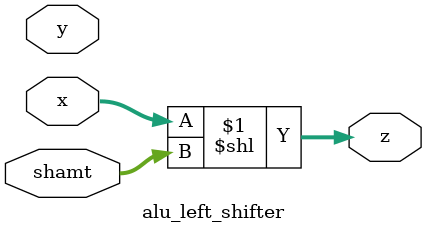
<source format=v>
module alu_left_shifter #(
	parameter WIDTH = 8,
	parameter SHIFT = 3
) (
	input  [WIDTH-1:0] x,
	input  [WIDTH-1:0] y,
	input  [SHIFT-1:0] shamt,
	output [WIDTH-1:0] z
);

assign z = x << shamt;

endmodule

</source>
